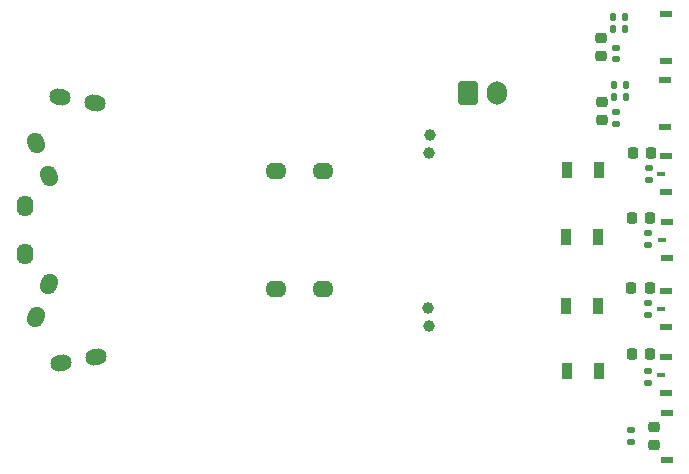
<source format=gbr>
%TF.GenerationSoftware,KiCad,Pcbnew,6.0.8-f2edbf62ab~116~ubuntu22.04.1*%
%TF.CreationDate,2022-10-18T01:52:49+05:30*%
%TF.ProjectId,mushak_pcb,6d757368-616b-45f7-9063-622e6b696361,rev?*%
%TF.SameCoordinates,Original*%
%TF.FileFunction,Soldermask,Bot*%
%TF.FilePolarity,Negative*%
%FSLAX46Y46*%
G04 Gerber Fmt 4.6, Leading zero omitted, Abs format (unit mm)*
G04 Created by KiCad (PCBNEW 6.0.8-f2edbf62ab~116~ubuntu22.04.1) date 2022-10-18 01:52:49*
%MOMM*%
%LPD*%
G01*
G04 APERTURE LIST*
G04 Aperture macros list*
%AMRoundRect*
0 Rectangle with rounded corners*
0 $1 Rounding radius*
0 $2 $3 $4 $5 $6 $7 $8 $9 X,Y pos of 4 corners*
0 Add a 4 corners polygon primitive as box body*
4,1,4,$2,$3,$4,$5,$6,$7,$8,$9,$2,$3,0*
0 Add four circle primitives for the rounded corners*
1,1,$1+$1,$2,$3*
1,1,$1+$1,$4,$5*
1,1,$1+$1,$6,$7*
1,1,$1+$1,$8,$9*
0 Add four rect primitives between the rounded corners*
20,1,$1+$1,$2,$3,$4,$5,0*
20,1,$1+$1,$4,$5,$6,$7,0*
20,1,$1+$1,$6,$7,$8,$9,0*
20,1,$1+$1,$8,$9,$2,$3,0*%
%AMHorizOval*
0 Thick line with rounded ends*
0 $1 width*
0 $2 $3 position (X,Y) of the first rounded end (center of the circle)*
0 $4 $5 position (X,Y) of the second rounded end (center of the circle)*
0 Add line between two ends*
20,1,$1,$2,$3,$4,$5,0*
0 Add two circle primitives to create the rounded ends*
1,1,$1,$2,$3*
1,1,$1,$4,$5*%
G04 Aperture macros list end*
%ADD10R,1.000000X0.500000*%
%ADD11O,1.800000X1.400000*%
%ADD12R,0.800000X0.400000*%
%ADD13HorizOval,1.400000X-0.196962X0.034730X0.196962X-0.034730X0*%
%ADD14O,1.700000X2.000000*%
%ADD15RoundRect,0.250000X-0.600000X-0.750000X0.600000X-0.750000X0.600000X0.750000X-0.600000X0.750000X0*%
%ADD16O,1.400000X1.800000*%
%ADD17C,1.000000*%
%ADD18HorizOval,1.400000X-0.073300X0.186084X0.073300X-0.186084X0*%
%ADD19HorizOval,1.400000X-0.196962X-0.034730X0.196962X0.034730X0*%
%ADD20HorizOval,1.400000X-0.073300X-0.186084X0.073300X0.186084X0*%
%ADD21RoundRect,0.135000X0.185000X-0.135000X0.185000X0.135000X-0.185000X0.135000X-0.185000X-0.135000X0*%
%ADD22RoundRect,0.135000X-0.135000X-0.185000X0.135000X-0.185000X0.135000X0.185000X-0.135000X0.185000X0*%
%ADD23RoundRect,0.140000X-0.170000X0.140000X-0.170000X-0.140000X0.170000X-0.140000X0.170000X0.140000X0*%
%ADD24R,0.900000X1.400000*%
%ADD25RoundRect,0.225000X0.250000X-0.225000X0.250000X0.225000X-0.250000X0.225000X-0.250000X-0.225000X0*%
%ADD26RoundRect,0.225000X-0.225000X-0.250000X0.225000X-0.250000X0.225000X0.250000X-0.225000X0.250000X0*%
%ADD27RoundRect,0.140000X0.170000X-0.140000X0.170000X0.140000X-0.170000X0.140000X-0.170000X-0.140000X0*%
G04 APERTURE END LIST*
D10*
%TO.C,J4*%
X205000000Y-84300000D03*
X205000000Y-88300000D03*
%TD*%
D11*
%TO.C,J11*%
X172000000Y-92000000D03*
X176000000Y-92000000D03*
%TD*%
D10*
%TO.C,J8*%
X205100000Y-96350000D03*
D12*
X204700000Y-97850000D03*
D10*
X205100000Y-99350000D03*
%TD*%
D13*
%TO.C,J16*%
X156727212Y-86260472D03*
X153772788Y-85739528D03*
%TD*%
D10*
%TO.C,J7*%
X205050000Y-107771814D03*
D12*
X204650000Y-109271814D03*
D10*
X205050000Y-110771814D03*
%TD*%
D11*
%TO.C,J13*%
X176000000Y-102000000D03*
X172000000Y-102000000D03*
%TD*%
D10*
%TO.C,J6*%
X205050000Y-102200000D03*
D12*
X204650000Y-103700000D03*
D10*
X205050000Y-105200000D03*
%TD*%
D14*
%TO.C,J2*%
X190750000Y-85400000D03*
D15*
X188250000Y-85400000D03*
%TD*%
D10*
%TO.C,J17*%
X205100000Y-112450000D03*
X205100000Y-116450000D03*
%TD*%
D16*
%TO.C,J15*%
X150750000Y-99000000D03*
X150750000Y-95000000D03*
%TD*%
D10*
%TO.C,J5*%
X205070000Y-78700000D03*
X205070000Y-82700000D03*
%TD*%
D17*
%TO.C,M1*%
X184975000Y-105125000D03*
X184925000Y-103575000D03*
%TD*%
D18*
%TO.C,J14*%
X152799752Y-92395626D03*
X151700248Y-89604374D03*
%TD*%
D19*
%TO.C,J10*%
X156777212Y-107739528D03*
X153822788Y-108260472D03*
%TD*%
D10*
%TO.C,J9*%
X205050000Y-90750000D03*
D12*
X204650000Y-92250000D03*
D10*
X205050000Y-93750000D03*
%TD*%
D20*
%TO.C,J12*%
X152799752Y-101604374D03*
X151700248Y-104395626D03*
%TD*%
D21*
%TO.C,R6*%
X203500000Y-103190000D03*
X203500000Y-104210000D03*
%TD*%
D22*
%TO.C,R10*%
X201610000Y-78975000D03*
X200590000Y-78975000D03*
%TD*%
D23*
%TO.C,C41*%
X200825000Y-82555000D03*
X200825000Y-81595000D03*
%TD*%
D24*
%TO.C,D4*%
X199302500Y-97550000D03*
X196602500Y-97550000D03*
%TD*%
D25*
%TO.C,C29*%
X204050000Y-113675000D03*
X204050000Y-115225000D03*
%TD*%
D23*
%TO.C,C40*%
X200825000Y-88005000D03*
X200825000Y-87045000D03*
%TD*%
D26*
%TO.C,C38*%
X203725000Y-96000000D03*
X202175000Y-96000000D03*
%TD*%
D24*
%TO.C,D2*%
X199250000Y-103400000D03*
X196550000Y-103400000D03*
%TD*%
D22*
%TO.C,R9*%
X201610000Y-80000000D03*
X200590000Y-80000000D03*
%TD*%
%TO.C,R5*%
X201685000Y-84700000D03*
X200665000Y-84700000D03*
%TD*%
D25*
%TO.C,C23*%
X199600000Y-86175000D03*
X199600000Y-87725000D03*
%TD*%
D24*
%TO.C,D5*%
X199350000Y-91950000D03*
X196650000Y-91950000D03*
%TD*%
D21*
%TO.C,R13*%
X203550000Y-97290000D03*
X203550000Y-98310000D03*
%TD*%
%TO.C,R22*%
X203600000Y-91740000D03*
X203600000Y-92760000D03*
%TD*%
D24*
%TO.C,D3*%
X199352500Y-108971814D03*
X196652500Y-108971814D03*
%TD*%
D25*
%TO.C,C22*%
X199550000Y-80725000D03*
X199550000Y-82275000D03*
%TD*%
D27*
%TO.C,C30*%
X202050000Y-113970000D03*
X202050000Y-114930000D03*
%TD*%
D21*
%TO.C,R11*%
X203525000Y-108961814D03*
X203525000Y-109981814D03*
%TD*%
D26*
%TO.C,C34*%
X203675000Y-101900000D03*
X202125000Y-101900000D03*
%TD*%
%TO.C,C39*%
X203775000Y-90450000D03*
X202225000Y-90450000D03*
%TD*%
D17*
%TO.C,M2*%
X185025000Y-88925000D03*
X184975000Y-90475000D03*
%TD*%
D22*
%TO.C,R8*%
X201685000Y-85725000D03*
X200665000Y-85725000D03*
%TD*%
D26*
%TO.C,C35*%
X203725000Y-107471814D03*
X202175000Y-107471814D03*
%TD*%
M02*

</source>
